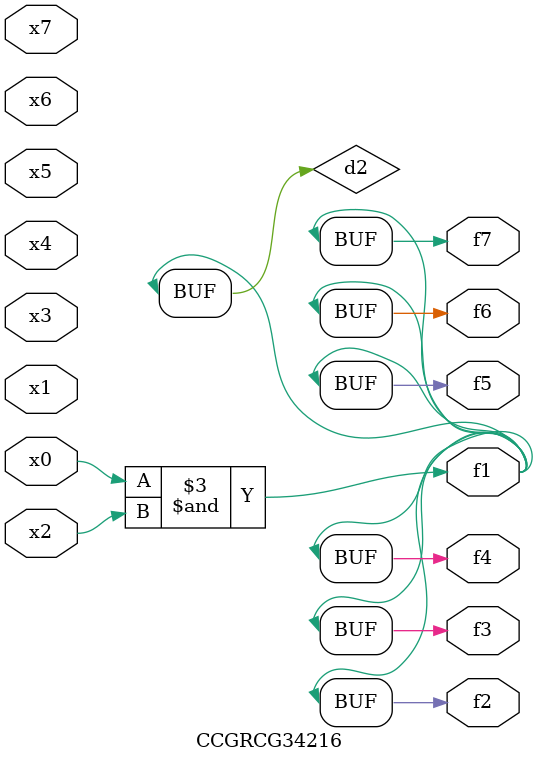
<source format=v>
module CCGRCG34216(
	input x0, x1, x2, x3, x4, x5, x6, x7,
	output f1, f2, f3, f4, f5, f6, f7
);

	wire d1, d2;

	nor (d1, x3, x6);
	and (d2, x0, x2);
	assign f1 = d2;
	assign f2 = d2;
	assign f3 = d2;
	assign f4 = d2;
	assign f5 = d2;
	assign f6 = d2;
	assign f7 = d2;
endmodule

</source>
